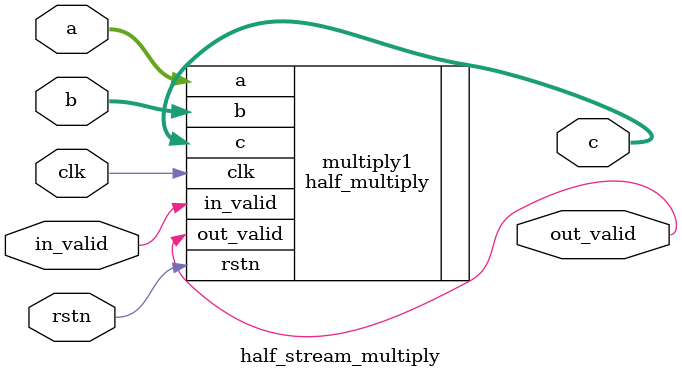
<source format=sv>
module half_stream_multiply
#(
parameter BITS = 16,
parameter LENGTH = 10
)
(
input rstn,
input clk,
input in_valid,
input [BITS-1:0] a,
input [BITS-1:0] b,
output logic out_valid,
output logic [BITS-1:0] c
);

half_multiply
multiply1
(
.rstn,
.clk,
.in_valid,
.a,
.b,
.out_valid,
.c
);

endmodule

</source>
